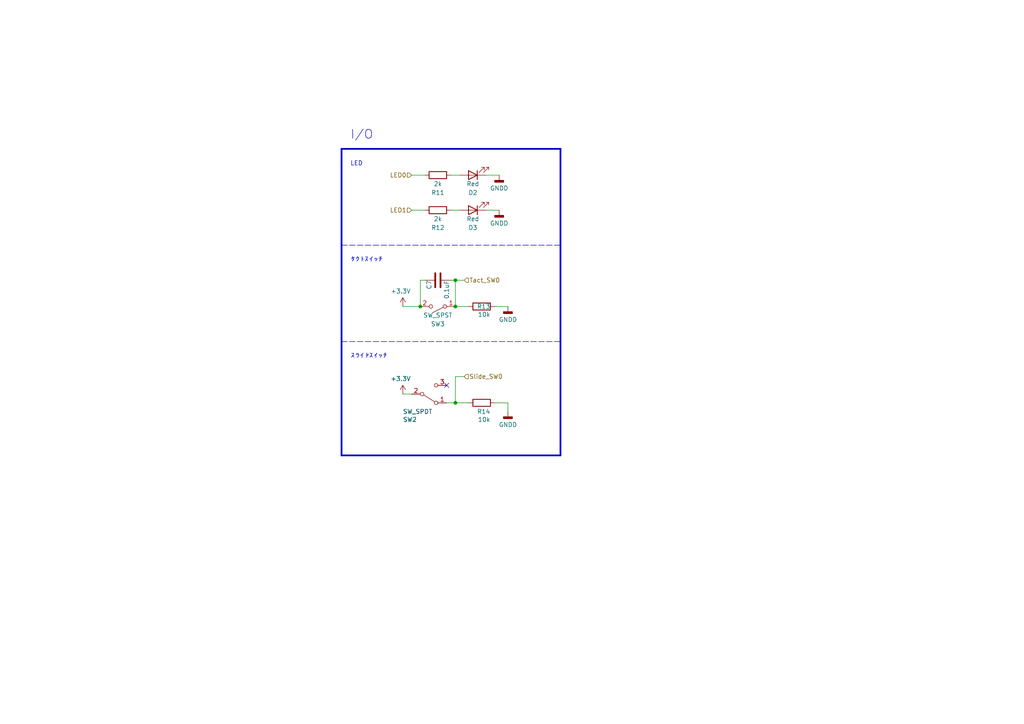
<source format=kicad_sch>
(kicad_sch (version 20230121) (generator eeschema)
  (paper "A4")
  (lib_symbols
    (symbol "Device:C" (pin_numbers hide) (pin_names (offset 0.254))
      (property "Reference" "C" (at 0.635 2.54 0))
      (property "Value" "C" (at 0.635 -2.54 0))
      (symbol "C_0_1"
        (polyline (pts (xy -2.032 -0.762) (xy 2.032 -0.762)) (stroke (width 0.508)))
        (polyline (pts (xy -2.032 0.762) (xy 2.032 0.762)) (stroke (width 0.508)))
      )
      (symbol "C_1_1"
        (pin passive line (at 0 3.81 270) (length 2.794) (name "~") (number "1"))
        (pin passive line (at 0 -3.81 90) (length 2.794) (name "~") (number "2"))
      )
    )
    (symbol "Device:LED" (pin_numbers hide) (pin_names (offset 1.016) hide)
      (property "Reference" "D" (at 0 2.54 0))
      (property "Value" "LED" (at 0 -2.54 0))
      (symbol "LED_0_1"
        (polyline (pts (xy -1.27 -1.27) (xy -1.27 1.27)) (stroke (width 0.254)))
        (polyline (pts (xy -1.27 0) (xy 1.27 0)))
        (polyline (pts (xy 1.27 -1.27) (xy 1.27 1.27) (xy -1.27 0) (xy 1.27 -1.27)) (stroke (width 0.254)))
        (polyline (pts (xy -3.048 -0.762) (xy -4.572 -2.286) (xy -3.81 -2.286) (xy -4.572 -2.286) (xy -4.572 -1.524)))
        (polyline (pts (xy -1.778 -0.762) (xy -3.302 -2.286) (xy -2.54 -2.286) (xy -3.302 -2.286) (xy -3.302 -1.524)))
      )
      (symbol "LED_1_1"
        (pin passive line (at -3.81 0 0) (length 2.54) (name "K") (number "1"))
        (pin passive line (at 3.81 0 180) (length 2.54) (name "A") (number "2"))
      )
    )
    (symbol "Device:R" (pin_numbers hide) (pin_names (offset 0))
      (property "Reference" "R" (at 2.032 0 90))
      (property "Value" "R" (at 0 0 90))
      (symbol "R_0_1"
        (rectangle (start -1.016 -2.54) (end 1.016 2.54) (stroke (width 0.254)))
      )
      (symbol "R_1_1"
        (pin passive line (at 0 3.81 270) (length 1.27) (name "~") (number "1"))
        (pin passive line (at 0 -3.81 90) (length 1.27) (name "~") (number "2"))
      )
    )
    (symbol "Switch:SW_SPDT" (pin_names (offset 0) hide)
      (property "Reference" "SW" (at 0 4.318 0))
      (property "Value" "SW_SPDT" (at 0 -5.08 0))
      (symbol "SW_SPDT_0_0"
        (circle (center -2.032 0) (radius 0.508))
        (circle (center 2.032 -2.54) (radius 0.508))
      )
      (symbol "SW_SPDT_0_1"
        (polyline (pts (xy -1.524 0.254) (xy 1.651 2.286)))
        (circle (center 2.032 2.54) (radius 0.508))
      )
      (symbol "SW_SPDT_1_1"
        (pin passive line (at 5.08 2.54 180) (length 2.54) (name "A") (number "1"))
        (pin passive line (at -5.08 0 0) (length 2.54) (name "B") (number "2"))
        (pin passive line (at 5.08 -2.54 180) (length 2.54) (name "C") (number "3"))
      )
    )
    (symbol "Switch:SW_SPST" (pin_names (offset 0) hide)
      (property "Reference" "SW" (at 0 3.175 0))
      (property "Value" "SW_SPST" (at 0 -2.54 0))
      (symbol "SW_SPST_0_0"
        (circle (center -2.032 0) (radius 0.508))
        (polyline (pts (xy -1.524 0.254) (xy 1.524 1.778)))
        (circle (center 2.032 0) (radius 0.508))
      )
      (symbol "SW_SPST_1_1"
        (pin passive line (at -5.08 0 0) (length 2.54) (name "A") (number "1"))
        (pin passive line (at 5.08 0 180) (length 2.54) (name "B") (number "2"))
      )
    )
    (symbol "power:+3.3V" (power) (pin_names (offset 0))
      (property "Value" "+3.3V" (at 0 3.556 0))
      (symbol "+3.3V_0_1"
        (polyline (pts (xy -0.762 1.27) (xy 0 2.54)))
        (polyline (pts (xy 0 0) (xy 0 2.54)))
        (polyline (pts (xy 0 2.54) (xy 0.762 1.27)))
      )
      (symbol "+3.3V_1_1"
        (pin power_in line (at 0 0 90) (length 0) hide (name "+3.3V") (number "1"))
      )
    )
    (symbol "power:GNDD" (power) (pin_names (offset 0))
      (property "Value" "GNDD" (at 0 -3.175 0))
      (symbol "GNDD_0_1"
        (rectangle (start -1.27 -1.524) (end 1.27 -2.032) (stroke (width 0.254)) (fill (type outline)))
        (polyline (pts (xy 0 0) (xy 0 -1.524)))
      )
      (symbol "GNDD_1_1"
        (pin power_in line (at 0 0 270) (length 0) hide (name "GNDD") (number "1"))
      )
    )
  )
  (junction (at 132.08 116.84))
  (junction (at 121.92 88.9))
  (junction (at 132.08 88.9))
  (junction (at 132.08 81.28))
  (no_connect (at 129.54 111.76))
  (wire (pts (xy 129.54 116.84) (xy 132.08 116.84)))
  (wire (pts (xy 140.97 60.96) (xy 144.78 60.96)))
  (polyline (pts (xy 99.06 43.18) (xy 162.56 43.18)) (stroke (width 0.5) (type solid)))
  (wire (pts (xy 143.51 116.84) (xy 147.32 116.84)))
  (wire (pts (xy 132.08 81.28) (xy 130.81 81.28)))
  (wire (pts (xy 116.84 114.3) (xy 119.38 114.3)))
  (wire (pts (xy 132.08 116.84) (xy 135.89 116.84)))
  (wire (pts (xy 143.51 88.9) (xy 147.32 88.9)))
  (wire (pts (xy 147.32 119.38) (xy 147.32 116.84)))
  (wire (pts (xy 134.62 109.22) (xy 132.08 109.22)))
  (wire (pts (xy 119.38 50.8) (xy 123.19 50.8)))
  (polyline (pts (xy 162.56 132.08) (xy 162.56 43.18)) (stroke (width 0.5) (type solid)))
  (wire (pts (xy 130.81 50.8) (xy 133.35 50.8)))
  (polyline (pts (xy 99.06 99.06) (xy 162.56 99.06)) (stroke (width 0) (type dash)))
  (wire (pts (xy 116.84 88.9) (xy 121.92 88.9)))
  (wire (pts (xy 121.92 81.28) (xy 121.92 88.9)))
  (polyline (pts (xy 99.06 132.08) (xy 162.56 132.08)) (stroke (width 0.5) (type solid)))
  (wire (pts (xy 132.08 81.28) (xy 134.62 81.28)))
  (polyline (pts (xy 99.06 132.08) (xy 99.06 43.18)) (stroke (width 0.5) (type solid)))
  (wire (pts (xy 140.97 50.8) (xy 144.78 50.8)))
  (wire (pts (xy 132.08 88.9) (xy 135.89 88.9)))
  (wire (pts (xy 132.08 109.22) (xy 132.08 116.84)))
  (wire (pts (xy 130.81 60.96) (xy 133.35 60.96)))
  (wire (pts (xy 119.38 60.96) (xy 123.19 60.96)))
  (wire (pts (xy 132.08 81.28) (xy 132.08 88.9)))
  (polyline (pts (xy 99.06 71.12) (xy 162.56 71.12)) (stroke (width 0) (type dash)))
  (wire (pts (xy 121.92 81.28) (xy 123.19 81.28)))
  (text "スライドスイッチ" (at 101.6 104.14 0) (effects (font (size 1.27 1.27)) (justify left bottom)))
  (text "タクトスイッチ" (at 101.6 76.2 0) (effects (font (size 1.27 1.27)) (justify left bottom)))
  (text "LED" (at 101.6 48.26 0) (effects (font (size 1.27 1.27)) (justify left bottom)))
  (text "I/O" (at 101.6 40.64 0) (effects (font (size 2.54 2.54)) (justify left bottom)))
  (hierarchical_label "LED0" (shape input) (at 119.38 50.8 180))
  (hierarchical_label "Tact_SW0" (shape input) (at 134.62 81.28 0))
  (hierarchical_label "LED1" (shape input) (at 119.38 60.96 180))
  (hierarchical_label "Slide_SW0" (shape input) (at 134.62 109.22 0))
  (symbol (lib_id "Switch:SW_SPDT") (at 124.46 114.3 0) (mirror x) (unit 1)
    (property "Reference" "SW2" (at 116.84 121.6914 0) (effects (justify left)))
    (property "Value" "SW_SPDT" (at 116.84 119.38 0) (effects (justify left)))
    (property "Footprint" "MyLibrary:SW_Slide_3P_SPDT" (effects hide))
  )
  (symbol (lib_id "Device:C") (at 127 81.28 90) (mirror x) (unit 1)
    (property "Reference" "C7" (at 124.46 81.28 0) (effects (justify left)))
    (property "Value" "0.1uF" (at 129.54 81.28 0) (effects (justify left)))
    (property "Footprint" "Capacitor_SMD:C_0402_1005Metric" (effects hide))
  )
  (symbol (lib_id "Device:R") (at 139.7 116.84 90) (mirror x) (unit 1)
    (property "Reference" "R14" (at 142.24 119.38 90) (effects (justify left)))
    (property "Value" "10k" (at 142.24 121.6914 90) (effects (justify left)))
    (property "Footprint" "Resistor_SMD:R_0402_1005Metric" (effects hide))
  )
  (symbol (lib_id "power:GNDD") (at 147.32 88.9 0) (unit 1)
    (property "Reference" "#PWR024" (effects hide))
    (property "Value" "GNDD" (at 147.32 92.71 0))
  )
  (symbol (lib_id "Device:LED") (at 137.16 50.8 180) (unit 1)
    (property "Reference" "D2" (at 137.16 55.88 0))
    (property "Value" "Red" (at 137.16 53.34 0))
    (property "Footprint" "LED_SMD:LED_0603_1608Metric_Pad1.05x0.95mm_HandSolder" (effects hide))
  )
  (symbol (lib_id "Switch:SW_SPST") (at 127 88.9 180) (unit 1)
    (property "Reference" "SW3" (at 127 93.98 0))
    (property "Value" "SW_SPST" (at 127 91.44 0))
    (property "Footprint" "Button_Switch_SMD:SW_SPST_Omron_B3FS-100xP" (effects hide))
  )
  (symbol (lib_id "power:GNDD") (at 144.78 60.96 0) (unit 1)
    (property "Reference" "#PWR023" (effects hide))
    (property "Value" "GNDD" (at 144.78 64.77 0))
  )
  (symbol (lib_id "Device:LED") (at 137.16 60.96 180) (unit 1)
    (property "Reference" "D3" (at 137.16 66.04 0))
    (property "Value" "Red" (at 137.16 63.5 0))
    (property "Footprint" "LED_SMD:LED_0603_1608Metric_Pad1.05x0.95mm_HandSolder" (effects hide))
  )
  (symbol (lib_id "Device:R") (at 127 50.8 270) (mirror x) (unit 1)
    (property "Reference" "R11" (at 127 55.88 90))
    (property "Value" "2k" (at 127 53.34 90))
    (property "Footprint" "Resistor_SMD:R_0402_1005Metric" (effects hide))
  )
  (symbol (lib_id "Device:R") (at 127 60.96 270) (mirror x) (unit 1)
    (property "Reference" "R12" (at 127 66.04 90))
    (property "Value" "2k" (at 127 63.5 90))
    (property "Footprint" "Resistor_SMD:R_0402_1005Metric" (effects hide))
  )
  (symbol (lib_id "power:GNDD") (at 144.78 50.8 0) (unit 1)
    (property "Reference" "#PWR022" (effects hide))
    (property "Value" "GNDD" (at 144.78 54.61 0))
  )
  (symbol (lib_id "power:+3.3V") (at 116.84 88.9 0) (unit 1)
    (property "Reference" "#PWR020" (effects hide))
    (property "Value" "+3.3V" (at 116.205 84.455 0))
  )
  (symbol (lib_id "Device:R") (at 139.7 88.9 90) (unit 1)
    (property "Reference" "R13" (at 142.24 88.9 90) (effects (justify left)))
    (property "Value" "10k" (at 142.24 91.2114 90) (effects (justify left)))
    (property "Footprint" "Resistor_SMD:R_0402_1005Metric" (effects hide))
  )
  (symbol (lib_id "power:GNDD") (at 147.32 119.38 0) (unit 1)
    (property "Reference" "#PWR025" (effects hide))
    (property "Value" "GNDD" (at 147.32 123.19 0))
  )
  (symbol (lib_id "power:+3.3V") (at 116.84 114.3 0) (unit 1)
    (property "Reference" "#PWR021" (effects hide))
    (property "Value" "+3.3V" (at 116.205 109.855 0))
  )
)
</source>
